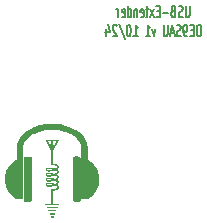
<source format=gbr>
%TF.GenerationSoftware,KiCad,Pcbnew,8.0.5*%
%TF.CreationDate,2024-10-10T08:08:50+02:00*%
%TF.ProjectId,USB-Extender_v1,5553422d-4578-4746-956e-6465725f7631,rev?*%
%TF.SameCoordinates,Original*%
%TF.FileFunction,Legend,Bot*%
%TF.FilePolarity,Positive*%
%FSLAX46Y46*%
G04 Gerber Fmt 4.6, Leading zero omitted, Abs format (unit mm)*
G04 Created by KiCad (PCBNEW 8.0.5) date 2024-10-10 08:08:50*
%MOMM*%
%LPD*%
G01*
G04 APERTURE LIST*
%ADD10C,0.150000*%
%ADD11C,0.000000*%
G04 APERTURE END LIST*
D10*
X138947142Y-59743219D02*
X138947142Y-60552742D01*
X138947142Y-60552742D02*
X138918571Y-60647980D01*
X138918571Y-60647980D02*
X138890000Y-60695600D01*
X138890000Y-60695600D02*
X138832857Y-60743219D01*
X138832857Y-60743219D02*
X138718571Y-60743219D01*
X138718571Y-60743219D02*
X138661428Y-60695600D01*
X138661428Y-60695600D02*
X138632857Y-60647980D01*
X138632857Y-60647980D02*
X138604285Y-60552742D01*
X138604285Y-60552742D02*
X138604285Y-59743219D01*
X138347143Y-60695600D02*
X138261429Y-60743219D01*
X138261429Y-60743219D02*
X138118571Y-60743219D01*
X138118571Y-60743219D02*
X138061429Y-60695600D01*
X138061429Y-60695600D02*
X138032857Y-60647980D01*
X138032857Y-60647980D02*
X138004286Y-60552742D01*
X138004286Y-60552742D02*
X138004286Y-60457504D01*
X138004286Y-60457504D02*
X138032857Y-60362266D01*
X138032857Y-60362266D02*
X138061429Y-60314647D01*
X138061429Y-60314647D02*
X138118571Y-60267028D01*
X138118571Y-60267028D02*
X138232857Y-60219409D01*
X138232857Y-60219409D02*
X138290000Y-60171790D01*
X138290000Y-60171790D02*
X138318571Y-60124171D01*
X138318571Y-60124171D02*
X138347143Y-60028933D01*
X138347143Y-60028933D02*
X138347143Y-59933695D01*
X138347143Y-59933695D02*
X138318571Y-59838457D01*
X138318571Y-59838457D02*
X138290000Y-59790838D01*
X138290000Y-59790838D02*
X138232857Y-59743219D01*
X138232857Y-59743219D02*
X138090000Y-59743219D01*
X138090000Y-59743219D02*
X138004286Y-59790838D01*
X137547142Y-60219409D02*
X137461428Y-60267028D01*
X137461428Y-60267028D02*
X137432857Y-60314647D01*
X137432857Y-60314647D02*
X137404285Y-60409885D01*
X137404285Y-60409885D02*
X137404285Y-60552742D01*
X137404285Y-60552742D02*
X137432857Y-60647980D01*
X137432857Y-60647980D02*
X137461428Y-60695600D01*
X137461428Y-60695600D02*
X137518571Y-60743219D01*
X137518571Y-60743219D02*
X137747142Y-60743219D01*
X137747142Y-60743219D02*
X137747142Y-59743219D01*
X137747142Y-59743219D02*
X137547142Y-59743219D01*
X137547142Y-59743219D02*
X137490000Y-59790838D01*
X137490000Y-59790838D02*
X137461428Y-59838457D01*
X137461428Y-59838457D02*
X137432857Y-59933695D01*
X137432857Y-59933695D02*
X137432857Y-60028933D01*
X137432857Y-60028933D02*
X137461428Y-60124171D01*
X137461428Y-60124171D02*
X137490000Y-60171790D01*
X137490000Y-60171790D02*
X137547142Y-60219409D01*
X137547142Y-60219409D02*
X137747142Y-60219409D01*
X137147142Y-60362266D02*
X136690000Y-60362266D01*
X136404285Y-60219409D02*
X136204285Y-60219409D01*
X136118571Y-60743219D02*
X136404285Y-60743219D01*
X136404285Y-60743219D02*
X136404285Y-59743219D01*
X136404285Y-59743219D02*
X136118571Y-59743219D01*
X135918571Y-60743219D02*
X135604286Y-60076552D01*
X135918571Y-60076552D02*
X135604286Y-60743219D01*
X135461429Y-60076552D02*
X135232857Y-60076552D01*
X135375714Y-59743219D02*
X135375714Y-60600361D01*
X135375714Y-60600361D02*
X135347143Y-60695600D01*
X135347143Y-60695600D02*
X135290000Y-60743219D01*
X135290000Y-60743219D02*
X135232857Y-60743219D01*
X134804286Y-60695600D02*
X134861429Y-60743219D01*
X134861429Y-60743219D02*
X134975715Y-60743219D01*
X134975715Y-60743219D02*
X135032857Y-60695600D01*
X135032857Y-60695600D02*
X135061429Y-60600361D01*
X135061429Y-60600361D02*
X135061429Y-60219409D01*
X135061429Y-60219409D02*
X135032857Y-60124171D01*
X135032857Y-60124171D02*
X134975715Y-60076552D01*
X134975715Y-60076552D02*
X134861429Y-60076552D01*
X134861429Y-60076552D02*
X134804286Y-60124171D01*
X134804286Y-60124171D02*
X134775715Y-60219409D01*
X134775715Y-60219409D02*
X134775715Y-60314647D01*
X134775715Y-60314647D02*
X135061429Y-60409885D01*
X134518571Y-60076552D02*
X134518571Y-60743219D01*
X134518571Y-60171790D02*
X134490000Y-60124171D01*
X134490000Y-60124171D02*
X134432857Y-60076552D01*
X134432857Y-60076552D02*
X134347143Y-60076552D01*
X134347143Y-60076552D02*
X134290000Y-60124171D01*
X134290000Y-60124171D02*
X134261429Y-60219409D01*
X134261429Y-60219409D02*
X134261429Y-60743219D01*
X133718572Y-60743219D02*
X133718572Y-59743219D01*
X133718572Y-60695600D02*
X133775714Y-60743219D01*
X133775714Y-60743219D02*
X133890000Y-60743219D01*
X133890000Y-60743219D02*
X133947143Y-60695600D01*
X133947143Y-60695600D02*
X133975714Y-60647980D01*
X133975714Y-60647980D02*
X134004286Y-60552742D01*
X134004286Y-60552742D02*
X134004286Y-60267028D01*
X134004286Y-60267028D02*
X133975714Y-60171790D01*
X133975714Y-60171790D02*
X133947143Y-60124171D01*
X133947143Y-60124171D02*
X133890000Y-60076552D01*
X133890000Y-60076552D02*
X133775714Y-60076552D01*
X133775714Y-60076552D02*
X133718572Y-60124171D01*
X133204286Y-60695600D02*
X133261429Y-60743219D01*
X133261429Y-60743219D02*
X133375715Y-60743219D01*
X133375715Y-60743219D02*
X133432857Y-60695600D01*
X133432857Y-60695600D02*
X133461429Y-60600361D01*
X133461429Y-60600361D02*
X133461429Y-60219409D01*
X133461429Y-60219409D02*
X133432857Y-60124171D01*
X133432857Y-60124171D02*
X133375715Y-60076552D01*
X133375715Y-60076552D02*
X133261429Y-60076552D01*
X133261429Y-60076552D02*
X133204286Y-60124171D01*
X133204286Y-60124171D02*
X133175715Y-60219409D01*
X133175715Y-60219409D02*
X133175715Y-60314647D01*
X133175715Y-60314647D02*
X133461429Y-60409885D01*
X132918571Y-60743219D02*
X132918571Y-60076552D01*
X132918571Y-60267028D02*
X132890000Y-60171790D01*
X132890000Y-60171790D02*
X132861429Y-60124171D01*
X132861429Y-60124171D02*
X132804286Y-60076552D01*
X132804286Y-60076552D02*
X132747143Y-60076552D01*
X139790001Y-61353163D02*
X139675715Y-61353163D01*
X139675715Y-61353163D02*
X139618572Y-61400782D01*
X139618572Y-61400782D02*
X139561429Y-61496020D01*
X139561429Y-61496020D02*
X139532858Y-61686496D01*
X139532858Y-61686496D02*
X139532858Y-62019829D01*
X139532858Y-62019829D02*
X139561429Y-62210305D01*
X139561429Y-62210305D02*
X139618572Y-62305544D01*
X139618572Y-62305544D02*
X139675715Y-62353163D01*
X139675715Y-62353163D02*
X139790001Y-62353163D01*
X139790001Y-62353163D02*
X139847144Y-62305544D01*
X139847144Y-62305544D02*
X139904286Y-62210305D01*
X139904286Y-62210305D02*
X139932858Y-62019829D01*
X139932858Y-62019829D02*
X139932858Y-61686496D01*
X139932858Y-61686496D02*
X139904286Y-61496020D01*
X139904286Y-61496020D02*
X139847144Y-61400782D01*
X139847144Y-61400782D02*
X139790001Y-61353163D01*
X139275715Y-61829353D02*
X139075715Y-61829353D01*
X138990001Y-62353163D02*
X139275715Y-62353163D01*
X139275715Y-62353163D02*
X139275715Y-61353163D01*
X139275715Y-61353163D02*
X138990001Y-61353163D01*
X138704287Y-62353163D02*
X138590001Y-62353163D01*
X138590001Y-62353163D02*
X138532858Y-62305544D01*
X138532858Y-62305544D02*
X138504287Y-62257924D01*
X138504287Y-62257924D02*
X138447144Y-62115067D01*
X138447144Y-62115067D02*
X138418573Y-61924591D01*
X138418573Y-61924591D02*
X138418573Y-61543639D01*
X138418573Y-61543639D02*
X138447144Y-61448401D01*
X138447144Y-61448401D02*
X138475716Y-61400782D01*
X138475716Y-61400782D02*
X138532858Y-61353163D01*
X138532858Y-61353163D02*
X138647144Y-61353163D01*
X138647144Y-61353163D02*
X138704287Y-61400782D01*
X138704287Y-61400782D02*
X138732858Y-61448401D01*
X138732858Y-61448401D02*
X138761430Y-61543639D01*
X138761430Y-61543639D02*
X138761430Y-61781734D01*
X138761430Y-61781734D02*
X138732858Y-61876972D01*
X138732858Y-61876972D02*
X138704287Y-61924591D01*
X138704287Y-61924591D02*
X138647144Y-61972210D01*
X138647144Y-61972210D02*
X138532858Y-61972210D01*
X138532858Y-61972210D02*
X138475716Y-61924591D01*
X138475716Y-61924591D02*
X138447144Y-61876972D01*
X138447144Y-61876972D02*
X138418573Y-61781734D01*
X138190001Y-62305544D02*
X138104287Y-62353163D01*
X138104287Y-62353163D02*
X137961429Y-62353163D01*
X137961429Y-62353163D02*
X137904287Y-62305544D01*
X137904287Y-62305544D02*
X137875715Y-62257924D01*
X137875715Y-62257924D02*
X137847144Y-62162686D01*
X137847144Y-62162686D02*
X137847144Y-62067448D01*
X137847144Y-62067448D02*
X137875715Y-61972210D01*
X137875715Y-61972210D02*
X137904287Y-61924591D01*
X137904287Y-61924591D02*
X137961429Y-61876972D01*
X137961429Y-61876972D02*
X138075715Y-61829353D01*
X138075715Y-61829353D02*
X138132858Y-61781734D01*
X138132858Y-61781734D02*
X138161429Y-61734115D01*
X138161429Y-61734115D02*
X138190001Y-61638877D01*
X138190001Y-61638877D02*
X138190001Y-61543639D01*
X138190001Y-61543639D02*
X138161429Y-61448401D01*
X138161429Y-61448401D02*
X138132858Y-61400782D01*
X138132858Y-61400782D02*
X138075715Y-61353163D01*
X138075715Y-61353163D02*
X137932858Y-61353163D01*
X137932858Y-61353163D02*
X137847144Y-61400782D01*
X137618572Y-62067448D02*
X137332858Y-62067448D01*
X137675715Y-62353163D02*
X137475715Y-61353163D01*
X137475715Y-61353163D02*
X137275715Y-62353163D01*
X137075714Y-61353163D02*
X137075714Y-62162686D01*
X137075714Y-62162686D02*
X137047143Y-62257924D01*
X137047143Y-62257924D02*
X137018572Y-62305544D01*
X137018572Y-62305544D02*
X136961429Y-62353163D01*
X136961429Y-62353163D02*
X136847143Y-62353163D01*
X136847143Y-62353163D02*
X136790000Y-62305544D01*
X136790000Y-62305544D02*
X136761429Y-62257924D01*
X136761429Y-62257924D02*
X136732857Y-62162686D01*
X136732857Y-62162686D02*
X136732857Y-61353163D01*
X136047143Y-61686496D02*
X135904286Y-62353163D01*
X135904286Y-62353163D02*
X135761429Y-61686496D01*
X135218572Y-62353163D02*
X135561429Y-62353163D01*
X135390000Y-62353163D02*
X135390000Y-61353163D01*
X135390000Y-61353163D02*
X135447143Y-61496020D01*
X135447143Y-61496020D02*
X135504286Y-61591258D01*
X135504286Y-61591258D02*
X135561429Y-61638877D01*
X134190000Y-62353163D02*
X134532857Y-62353163D01*
X134361428Y-62353163D02*
X134361428Y-61353163D01*
X134361428Y-61353163D02*
X134418571Y-61496020D01*
X134418571Y-61496020D02*
X134475714Y-61591258D01*
X134475714Y-61591258D02*
X134532857Y-61638877D01*
X133818571Y-61353163D02*
X133761428Y-61353163D01*
X133761428Y-61353163D02*
X133704285Y-61400782D01*
X133704285Y-61400782D02*
X133675714Y-61448401D01*
X133675714Y-61448401D02*
X133647142Y-61543639D01*
X133647142Y-61543639D02*
X133618571Y-61734115D01*
X133618571Y-61734115D02*
X133618571Y-61972210D01*
X133618571Y-61972210D02*
X133647142Y-62162686D01*
X133647142Y-62162686D02*
X133675714Y-62257924D01*
X133675714Y-62257924D02*
X133704285Y-62305544D01*
X133704285Y-62305544D02*
X133761428Y-62353163D01*
X133761428Y-62353163D02*
X133818571Y-62353163D01*
X133818571Y-62353163D02*
X133875714Y-62305544D01*
X133875714Y-62305544D02*
X133904285Y-62257924D01*
X133904285Y-62257924D02*
X133932856Y-62162686D01*
X133932856Y-62162686D02*
X133961428Y-61972210D01*
X133961428Y-61972210D02*
X133961428Y-61734115D01*
X133961428Y-61734115D02*
X133932856Y-61543639D01*
X133932856Y-61543639D02*
X133904285Y-61448401D01*
X133904285Y-61448401D02*
X133875714Y-61400782D01*
X133875714Y-61400782D02*
X133818571Y-61353163D01*
X132932856Y-61305544D02*
X133447142Y-62591258D01*
X132761428Y-61448401D02*
X132732856Y-61400782D01*
X132732856Y-61400782D02*
X132675714Y-61353163D01*
X132675714Y-61353163D02*
X132532856Y-61353163D01*
X132532856Y-61353163D02*
X132475714Y-61400782D01*
X132475714Y-61400782D02*
X132447142Y-61448401D01*
X132447142Y-61448401D02*
X132418571Y-61543639D01*
X132418571Y-61543639D02*
X132418571Y-61638877D01*
X132418571Y-61638877D02*
X132447142Y-61781734D01*
X132447142Y-61781734D02*
X132789999Y-62353163D01*
X132789999Y-62353163D02*
X132418571Y-62353163D01*
X131904285Y-61686496D02*
X131904285Y-62353163D01*
X132047142Y-61305544D02*
X132189999Y-62019829D01*
X132189999Y-62019829D02*
X131818570Y-62019829D01*
D11*
%TO.C,g2*%
G36*
X127656201Y-77107678D02*
G01*
X127656201Y-77170750D01*
X127309305Y-77170750D01*
X126962409Y-77170750D01*
X126962409Y-77107678D01*
X126962409Y-77044606D01*
X127309305Y-77044606D01*
X127656201Y-77044606D01*
X127656201Y-77107678D01*
G37*
G36*
X127430944Y-77639285D02*
G01*
X127430944Y-77702357D01*
X127309305Y-77702357D01*
X127187666Y-77702357D01*
X127187666Y-77639285D01*
X127187666Y-77576213D01*
X127309305Y-77576213D01*
X127430944Y-77576213D01*
X127430944Y-77639285D01*
G37*
G36*
X127171030Y-77309060D02*
G01*
X127179217Y-77309600D01*
X127222725Y-77311683D01*
X127276711Y-77313371D01*
X127335091Y-77314502D01*
X127391782Y-77314914D01*
X127530057Y-77314914D01*
X127530057Y-77377986D01*
X127530057Y-77441058D01*
X127309305Y-77441058D01*
X127088553Y-77441058D01*
X127088553Y-77372132D01*
X127088553Y-77303206D01*
X127171030Y-77309060D01*
G37*
G36*
X127773335Y-76841801D02*
G01*
X127773335Y-76912221D01*
X127663797Y-76906331D01*
X127661669Y-76906220D01*
X127626257Y-76904896D01*
X127575821Y-76903680D01*
X127513131Y-76902607D01*
X127440959Y-76901712D01*
X127362076Y-76901029D01*
X127279253Y-76900594D01*
X127195262Y-76900441D01*
X126836265Y-76900441D01*
X126836265Y-76841874D01*
X126836265Y-76783307D01*
X127000703Y-76783293D01*
X127015910Y-76783270D01*
X127072248Y-76782952D01*
X127141439Y-76782300D01*
X127219609Y-76781362D01*
X127302882Y-76780188D01*
X127387384Y-76778828D01*
X127469238Y-76777330D01*
X127773335Y-76771381D01*
X127773335Y-76841801D01*
G37*
G36*
X129438898Y-72522179D02*
G01*
X129492369Y-72523324D01*
X129538870Y-72525197D01*
X129574736Y-72527792D01*
X129596303Y-72531102D01*
X129618791Y-72540103D01*
X129656708Y-72565336D01*
X129691196Y-72599200D01*
X129716378Y-72636534D01*
X129717469Y-72638855D01*
X129719348Y-72643808D01*
X129721070Y-72650292D01*
X129722641Y-72659058D01*
X129724069Y-72670855D01*
X129725361Y-72686432D01*
X129726523Y-72706539D01*
X129727562Y-72731925D01*
X129728486Y-72763340D01*
X129729300Y-72801533D01*
X129730012Y-72847253D01*
X129730629Y-72901251D01*
X129731157Y-72964276D01*
X129731603Y-73037077D01*
X129731975Y-73120404D01*
X129732278Y-73215005D01*
X129732520Y-73321632D01*
X129732708Y-73441032D01*
X129732847Y-73573956D01*
X129732947Y-73721154D01*
X129733012Y-73883373D01*
X129733050Y-74061365D01*
X129733068Y-74255879D01*
X129733072Y-74467664D01*
X129733072Y-76265216D01*
X129713422Y-76296752D01*
X129687958Y-76327392D01*
X129645668Y-76354023D01*
X129590148Y-76369139D01*
X129589432Y-76369246D01*
X129565162Y-76371374D01*
X129526747Y-76373085D01*
X129477889Y-76374286D01*
X129422290Y-76374885D01*
X129363651Y-76374789D01*
X129357059Y-76374735D01*
X129296512Y-76374091D01*
X129250864Y-76373115D01*
X129217262Y-76371527D01*
X129192856Y-76369047D01*
X129174792Y-76365396D01*
X129160219Y-76360294D01*
X129146285Y-76353461D01*
X129113589Y-76331951D01*
X129075010Y-76290394D01*
X129051366Y-76240028D01*
X129050484Y-76235348D01*
X129049182Y-76221432D01*
X129047984Y-76198994D01*
X129046885Y-76167442D01*
X129045882Y-76126180D01*
X129044972Y-76074615D01*
X129044150Y-76012154D01*
X129043413Y-75938203D01*
X129042757Y-75852168D01*
X129042177Y-75753456D01*
X129041671Y-75641472D01*
X129041235Y-75515624D01*
X129040865Y-75375317D01*
X129040556Y-75219958D01*
X129040306Y-75048953D01*
X129040110Y-74861709D01*
X129039964Y-74657632D01*
X129039866Y-74436128D01*
X129039280Y-72670111D01*
X129059292Y-72632689D01*
X129068908Y-72616833D01*
X129100991Y-72579110D01*
X129139625Y-72548597D01*
X129178940Y-72530317D01*
X129195216Y-72527623D01*
X129228583Y-72525022D01*
X129273298Y-72523184D01*
X129325698Y-72522102D01*
X129382119Y-72521770D01*
X129438898Y-72522179D01*
G37*
G36*
X125247313Y-72530457D02*
G01*
X125324972Y-72530730D01*
X125387022Y-72531669D01*
X125435483Y-72533623D01*
X125472373Y-72536936D01*
X125499713Y-72541957D01*
X125519521Y-72549033D01*
X125533818Y-72558510D01*
X125544622Y-72570735D01*
X125553953Y-72586056D01*
X125554497Y-72587089D01*
X125556388Y-72591490D01*
X125558126Y-72597431D01*
X125559718Y-72605661D01*
X125561172Y-72616929D01*
X125562496Y-72631984D01*
X125563698Y-72651575D01*
X125564786Y-72676452D01*
X125565768Y-72707364D01*
X125566651Y-72745059D01*
X125567444Y-72790287D01*
X125568154Y-72843797D01*
X125568790Y-72906338D01*
X125569358Y-72978660D01*
X125569868Y-73061510D01*
X125570326Y-73155639D01*
X125570742Y-73261796D01*
X125571122Y-73380730D01*
X125571475Y-73513189D01*
X125571808Y-73659923D01*
X125572130Y-73821681D01*
X125572448Y-73999213D01*
X125572770Y-74193266D01*
X125573104Y-74404592D01*
X125573372Y-74588914D01*
X125573627Y-74802349D01*
X125573792Y-74998692D01*
X125573865Y-75178458D01*
X125573845Y-75342163D01*
X125573729Y-75490322D01*
X125573514Y-75623448D01*
X125573200Y-75742059D01*
X125572783Y-75846667D01*
X125572262Y-75937789D01*
X125571635Y-76015939D01*
X125570899Y-76081632D01*
X125570052Y-76135384D01*
X125569092Y-76177708D01*
X125568017Y-76209121D01*
X125566825Y-76230136D01*
X125565514Y-76241270D01*
X125559338Y-76262389D01*
X125534985Y-76307123D01*
X125499606Y-76343498D01*
X125457266Y-76366801D01*
X125439781Y-76369778D01*
X125406821Y-76372038D01*
X125362257Y-76373422D01*
X125309382Y-76373982D01*
X125251487Y-76373771D01*
X125191862Y-76372842D01*
X125133798Y-76371246D01*
X125080586Y-76369036D01*
X125035518Y-76366265D01*
X125001883Y-76362984D01*
X124982974Y-76359247D01*
X124980695Y-76358332D01*
X124956092Y-76344394D01*
X124932037Y-76325462D01*
X124928962Y-76322687D01*
X124923245Y-76318071D01*
X124918000Y-76313994D01*
X124913206Y-76309712D01*
X124908843Y-76304484D01*
X124904890Y-76297567D01*
X124901328Y-76288218D01*
X124898136Y-76275697D01*
X124895294Y-76259259D01*
X124892783Y-76238164D01*
X124890581Y-76211667D01*
X124888668Y-76179028D01*
X124887026Y-76139504D01*
X124885632Y-76092352D01*
X124884468Y-76036830D01*
X124883513Y-75972196D01*
X124882746Y-75897707D01*
X124882148Y-75812621D01*
X124881699Y-75716196D01*
X124881378Y-75607689D01*
X124881166Y-75486358D01*
X124881041Y-75351461D01*
X124880984Y-75202254D01*
X124880975Y-75037997D01*
X124880994Y-74857946D01*
X124881020Y-74661359D01*
X124881033Y-74447495D01*
X124881033Y-72642394D01*
X124901306Y-72602857D01*
X124907091Y-72591824D01*
X124917849Y-72574085D01*
X124930066Y-72560138D01*
X124945812Y-72549529D01*
X124967158Y-72541802D01*
X124996173Y-72536501D01*
X125034928Y-72533171D01*
X125085492Y-72531357D01*
X125149936Y-72530602D01*
X125230330Y-72530452D01*
X125247313Y-72530457D01*
G37*
G36*
X127445509Y-69733287D02*
G01*
X127543544Y-69736685D01*
X127631617Y-69742078D01*
X127705758Y-69749485D01*
X127819123Y-69765375D01*
X128043755Y-69805674D01*
X128263431Y-69857472D01*
X128480892Y-69921621D01*
X128698880Y-69998970D01*
X128920136Y-70090371D01*
X129147404Y-70196674D01*
X129231507Y-70238679D01*
X129312313Y-70280509D01*
X129381566Y-70318356D01*
X129441942Y-70353798D01*
X129496117Y-70388410D01*
X129546766Y-70423772D01*
X129596564Y-70461461D01*
X129621860Y-70481590D01*
X129759610Y-70603314D01*
X129884010Y-70734651D01*
X129994322Y-70874482D01*
X130089805Y-71021686D01*
X130169721Y-71175144D01*
X130233329Y-71333734D01*
X130279890Y-71496337D01*
X130281113Y-71501704D01*
X130284783Y-71518899D01*
X130287947Y-71536490D01*
X130290655Y-71555944D01*
X130292963Y-71578731D01*
X130294923Y-71606319D01*
X130296587Y-71640177D01*
X130298009Y-71681774D01*
X130299241Y-71732579D01*
X130300338Y-71794061D01*
X130301351Y-71867687D01*
X130302333Y-71954927D01*
X130303339Y-72057250D01*
X130304420Y-72176124D01*
X130309731Y-72772382D01*
X130415655Y-72840098D01*
X130472907Y-72877936D01*
X130613970Y-72983525D01*
X130741268Y-73098328D01*
X130856982Y-73224244D01*
X130881354Y-73253928D01*
X130989847Y-73402654D01*
X131082492Y-73558865D01*
X131159151Y-73721436D01*
X131219690Y-73889244D01*
X131263970Y-74061165D01*
X131291856Y-74236077D01*
X131303211Y-74412856D01*
X131297900Y-74590379D01*
X131275784Y-74767521D01*
X131236729Y-74943161D01*
X131180598Y-75116173D01*
X131107254Y-75285436D01*
X131042039Y-75408182D01*
X130949405Y-75553732D01*
X130845291Y-75687528D01*
X130728253Y-75811217D01*
X130596842Y-75926448D01*
X130449612Y-76034871D01*
X130355777Y-76098526D01*
X130069343Y-76098526D01*
X129782908Y-76098526D01*
X129780516Y-73861722D01*
X129778124Y-71624918D01*
X129749387Y-71542434D01*
X129744992Y-71530099D01*
X129726944Y-71483174D01*
X129707267Y-71436392D01*
X129689500Y-71398269D01*
X129672644Y-71366141D01*
X129600644Y-71248591D01*
X129514054Y-71132333D01*
X129415474Y-71019970D01*
X129307506Y-70914105D01*
X129192751Y-70817342D01*
X129073812Y-70732283D01*
X128953289Y-70661534D01*
X128947159Y-70658367D01*
X128882144Y-70627071D01*
X128803248Y-70592465D01*
X128713637Y-70555810D01*
X128616478Y-70518367D01*
X128514939Y-70481396D01*
X128412187Y-70446158D01*
X128328266Y-70418916D01*
X128167567Y-70370766D01*
X128016836Y-70331651D01*
X127872674Y-70300980D01*
X127731683Y-70278157D01*
X127590462Y-70262590D01*
X127445614Y-70253686D01*
X127293738Y-70250849D01*
X127161521Y-70252980D01*
X127034075Y-70260081D01*
X126910916Y-70272811D01*
X126786968Y-70291826D01*
X126657155Y-70317783D01*
X126516400Y-70351337D01*
X126470353Y-70363419D01*
X126368598Y-70392384D01*
X126260848Y-70425716D01*
X126150469Y-70462217D01*
X126040827Y-70500688D01*
X125935287Y-70539931D01*
X125837215Y-70578746D01*
X125749977Y-70615935D01*
X125676939Y-70650299D01*
X125669780Y-70653922D01*
X125548736Y-70723213D01*
X125431034Y-70805265D01*
X125318475Y-70898077D01*
X125212854Y-70999647D01*
X125115969Y-71107975D01*
X125029620Y-71221060D01*
X124955602Y-71336900D01*
X124895714Y-71453494D01*
X124851755Y-71568841D01*
X124831555Y-71633928D01*
X124829123Y-73866227D01*
X124826691Y-76098526D01*
X124540257Y-76098526D01*
X124253823Y-76098526D01*
X124160079Y-76034933D01*
X124091839Y-75986713D01*
X123944290Y-75867473D01*
X123811325Y-75737845D01*
X123693211Y-75598286D01*
X123590215Y-75449255D01*
X123502604Y-75291210D01*
X123430645Y-75124608D01*
X123374604Y-74949908D01*
X123334749Y-74767568D01*
X123311345Y-74578046D01*
X123306402Y-74474403D01*
X123311932Y-74298785D01*
X123334384Y-74123025D01*
X123373265Y-73949140D01*
X123428085Y-73779150D01*
X123498352Y-73615072D01*
X123583576Y-73458925D01*
X123662167Y-73341715D01*
X123759858Y-73218634D01*
X123868132Y-73101813D01*
X123984045Y-72994182D01*
X124104654Y-72898671D01*
X124227018Y-72818211D01*
X124303112Y-72773425D01*
X124306766Y-72181151D01*
X124307162Y-72117582D01*
X124307883Y-72008161D01*
X124308593Y-71914498D01*
X124309344Y-71835107D01*
X124310188Y-71768500D01*
X124311175Y-71713188D01*
X124312359Y-71667683D01*
X124313790Y-71630498D01*
X124315521Y-71600144D01*
X124317602Y-71575135D01*
X124320086Y-71553981D01*
X124323025Y-71535195D01*
X124326469Y-71517288D01*
X124330471Y-71498774D01*
X124349220Y-71423546D01*
X124401941Y-71265209D01*
X124471278Y-71110807D01*
X124556353Y-70961654D01*
X124656285Y-70819063D01*
X124770196Y-70684349D01*
X124897206Y-70558826D01*
X125036435Y-70443809D01*
X125066801Y-70421357D01*
X125120731Y-70383806D01*
X125177469Y-70347531D01*
X125239796Y-70310926D01*
X125310491Y-70272387D01*
X125392336Y-70230309D01*
X125488109Y-70183088D01*
X125591632Y-70133972D01*
X125808006Y-70039285D01*
X126019131Y-69958374D01*
X126228065Y-69890287D01*
X126437867Y-69834078D01*
X126651594Y-69788795D01*
X126872306Y-69753491D01*
X126944942Y-69745558D01*
X127033200Y-69739266D01*
X127131358Y-69734874D01*
X127235444Y-69732401D01*
X127341485Y-69731866D01*
X127445509Y-69733287D01*
G37*
G36*
X127797419Y-71270379D02*
G01*
X127761736Y-71336037D01*
X127721946Y-71409077D01*
X127678841Y-71488036D01*
X127633217Y-71571451D01*
X127385893Y-72023200D01*
X127385893Y-72572830D01*
X127385893Y-73122460D01*
X127456816Y-73127929D01*
X127527768Y-73136091D01*
X127612186Y-73153258D01*
X127688106Y-73177164D01*
X127752485Y-73206809D01*
X127802280Y-73241198D01*
X127840345Y-73284916D01*
X127864405Y-73338657D01*
X127872414Y-73400537D01*
X127872168Y-73414388D01*
X127868621Y-73445548D01*
X127859160Y-73472742D01*
X127841622Y-73499615D01*
X127813844Y-73529810D01*
X127773664Y-73566973D01*
X127708540Y-73624851D01*
X127708989Y-73625141D01*
X127729675Y-73638515D01*
X127744608Y-73649054D01*
X127777346Y-73676589D01*
X127809951Y-73708656D01*
X127837553Y-73740292D01*
X127855280Y-73766533D01*
X127856863Y-73769795D01*
X127868078Y-73805359D01*
X127872448Y-73844243D01*
X127872441Y-73845685D01*
X127866102Y-73885166D01*
X127846917Y-73923469D01*
X127813429Y-73962758D01*
X127764180Y-74005201D01*
X127758920Y-74009297D01*
X127734212Y-74028861D01*
X127716831Y-74043164D01*
X127710745Y-74048897D01*
X127710263Y-74049351D01*
X127710895Y-74050217D01*
X127720903Y-74059524D01*
X127740555Y-74076549D01*
X127766577Y-74098437D01*
X127781827Y-74111393D01*
X127824101Y-74152123D01*
X127852129Y-74189148D01*
X127867660Y-74225190D01*
X127872448Y-74262972D01*
X127870066Y-74293315D01*
X127860985Y-74322654D01*
X127843143Y-74352104D01*
X127814489Y-74385001D01*
X127772972Y-74424678D01*
X127713833Y-74478402D01*
X127710776Y-74481179D01*
X127761600Y-74521725D01*
X127788558Y-74544685D01*
X127818181Y-74572833D01*
X127840183Y-74596897D01*
X127853548Y-74614925D01*
X127862884Y-74634195D01*
X127867013Y-74657657D01*
X127867943Y-74692206D01*
X127867483Y-74718205D01*
X127864307Y-74744943D01*
X127856455Y-74765516D01*
X127842022Y-74786874D01*
X127822666Y-74808651D01*
X127793965Y-74836081D01*
X127763189Y-74861948D01*
X127719115Y-74896175D01*
X127710276Y-74903039D01*
X127754754Y-74932991D01*
X127779594Y-74951464D01*
X127825777Y-74999128D01*
X127856652Y-75052712D01*
X127871569Y-75110221D01*
X127869880Y-75169660D01*
X127850938Y-75229033D01*
X127850586Y-75229773D01*
X127818978Y-75280283D01*
X127776017Y-75321910D01*
X127720596Y-75355180D01*
X127651603Y-75380617D01*
X127567930Y-75398748D01*
X127468467Y-75410096D01*
X127385893Y-75416329D01*
X127385893Y-75960159D01*
X127385893Y-76503989D01*
X127642686Y-76503989D01*
X127899479Y-76503989D01*
X127899479Y-76571566D01*
X127899479Y-76639143D01*
X127304800Y-76639143D01*
X126710121Y-76639143D01*
X126710121Y-76571566D01*
X126710121Y-76503989D01*
X126975924Y-76503989D01*
X127241728Y-76503989D01*
X127241728Y-75892700D01*
X127241728Y-75281411D01*
X127379135Y-75275488D01*
X127454612Y-75271009D01*
X127527461Y-75263189D01*
X127586006Y-75252211D01*
X127632155Y-75237704D01*
X127667816Y-75219295D01*
X127675923Y-75213600D01*
X127707719Y-75183160D01*
X127729290Y-75148633D01*
X127737260Y-75115085D01*
X127733141Y-75098173D01*
X127714663Y-75072407D01*
X127684494Y-75046771D01*
X127646104Y-75023614D01*
X127602964Y-75005285D01*
X127558545Y-74994134D01*
X127528689Y-74994330D01*
X127482918Y-75001583D01*
X127421934Y-75015793D01*
X127347646Y-75034095D01*
X127258435Y-75052903D01*
X127177961Y-75065521D01*
X127101788Y-75072610D01*
X127025481Y-75074829D01*
X126981366Y-75074492D01*
X126942261Y-75072901D01*
X126912625Y-75069478D01*
X126887841Y-75063655D01*
X126863296Y-75054865D01*
X126845318Y-75047194D01*
X126798170Y-75020540D01*
X126766673Y-74989452D01*
X126749066Y-74951730D01*
X126743588Y-74905173D01*
X126743624Y-74904663D01*
X126881316Y-74904663D01*
X126887380Y-74916370D01*
X126904429Y-74927411D01*
X126924591Y-74932379D01*
X126957980Y-74935876D01*
X126999250Y-74937132D01*
X127045524Y-74936394D01*
X127093922Y-74933909D01*
X127141569Y-74929924D01*
X127185584Y-74924689D01*
X127223091Y-74918448D01*
X127251211Y-74911451D01*
X127267067Y-74903944D01*
X127267780Y-74896175D01*
X127267303Y-74895754D01*
X127252303Y-74890382D01*
X127223170Y-74885176D01*
X127183505Y-74880495D01*
X127136910Y-74876699D01*
X127086984Y-74874145D01*
X127037330Y-74873195D01*
X126977515Y-74874180D01*
X126933012Y-74877494D01*
X126903218Y-74883462D01*
X126886523Y-74892410D01*
X126881316Y-74904663D01*
X126743624Y-74904663D01*
X126745582Y-74877120D01*
X126761059Y-74829002D01*
X126791683Y-74790315D01*
X126837247Y-74761172D01*
X126897546Y-74741685D01*
X126972373Y-74731967D01*
X127061522Y-74732129D01*
X127078518Y-74733076D01*
X127133124Y-74736930D01*
X127181340Y-74742140D01*
X127227873Y-74749546D01*
X127277429Y-74759988D01*
X127334715Y-74774305D01*
X127404438Y-74793338D01*
X127535611Y-74830014D01*
X127608001Y-74793617D01*
X127661397Y-74764673D01*
X127703182Y-74736892D01*
X127728671Y-74712778D01*
X127737294Y-74692776D01*
X127735743Y-74685476D01*
X127721060Y-74664863D01*
X127692686Y-74640440D01*
X127652842Y-74613963D01*
X127603747Y-74587187D01*
X127580919Y-74575990D01*
X127554994Y-74564627D01*
X127536398Y-74559807D01*
X127519866Y-74560421D01*
X127500128Y-74565359D01*
X127491244Y-74567941D01*
X127393872Y-74594969D01*
X127309210Y-74615680D01*
X127233664Y-74630701D01*
X127163640Y-74640656D01*
X127095543Y-74646170D01*
X127025778Y-74647869D01*
X126974789Y-74646367D01*
X126898041Y-74636536D01*
X126836712Y-74617492D01*
X126790729Y-74589184D01*
X126760016Y-74551557D01*
X126744498Y-74504559D01*
X126744342Y-74482386D01*
X126885573Y-74482386D01*
X126901042Y-74495909D01*
X126914918Y-74499935D01*
X126944454Y-74503942D01*
X126984352Y-74507046D01*
X127030478Y-74509123D01*
X127078698Y-74510050D01*
X127124881Y-74509703D01*
X127164894Y-74507959D01*
X127194603Y-74504693D01*
X127218173Y-74499223D01*
X127240843Y-74489383D01*
X127249380Y-74478402D01*
X127241887Y-74467762D01*
X127241343Y-74467432D01*
X127215579Y-74457634D01*
X127176649Y-74449524D01*
X127128962Y-74443341D01*
X127076929Y-74439327D01*
X127024958Y-74437724D01*
X126977459Y-74438773D01*
X126938842Y-74442715D01*
X126913518Y-74449792D01*
X126907768Y-74452838D01*
X126887773Y-74468182D01*
X126885573Y-74482386D01*
X126744342Y-74482386D01*
X126744102Y-74448137D01*
X126753376Y-74415029D01*
X126779670Y-74377264D01*
X126820719Y-74345636D01*
X126874958Y-74321278D01*
X126940822Y-74305329D01*
X126997967Y-74300554D01*
X127070027Y-74302111D01*
X127151298Y-74309842D01*
X127238034Y-74323271D01*
X127326491Y-74341923D01*
X127412923Y-74365322D01*
X127462929Y-74379342D01*
X127509806Y-74387922D01*
X127549921Y-74387640D01*
X127588360Y-74377753D01*
X127630211Y-74357517D01*
X127680562Y-74326188D01*
X127710967Y-74303686D01*
X127730550Y-74281058D01*
X127734552Y-74259464D01*
X127722600Y-74237205D01*
X127694321Y-74212581D01*
X127649342Y-74183890D01*
X127610694Y-74163106D01*
X127575556Y-74149667D01*
X127540560Y-74143836D01*
X127501485Y-74145378D01*
X127454110Y-74154057D01*
X127394213Y-74169638D01*
X127352060Y-74180995D01*
X127239816Y-74206332D01*
X127136390Y-74222319D01*
X127042887Y-74228968D01*
X126960415Y-74226293D01*
X126890077Y-74214306D01*
X126832980Y-74193021D01*
X126790230Y-74162450D01*
X126760049Y-74122090D01*
X126743756Y-74076439D01*
X126743249Y-74059176D01*
X126885858Y-74059176D01*
X126898538Y-74074012D01*
X126924738Y-74083673D01*
X126942609Y-74086629D01*
X126986070Y-74090914D01*
X127032639Y-74092294D01*
X127079968Y-74091106D01*
X127125709Y-74087687D01*
X127167514Y-74082373D01*
X127203037Y-74075501D01*
X127229930Y-74067407D01*
X127245845Y-74058427D01*
X127248434Y-74048897D01*
X127235351Y-74039156D01*
X127225205Y-74037075D01*
X127198988Y-74034455D01*
X127160704Y-74031963D01*
X127113638Y-74029807D01*
X127061073Y-74028192D01*
X127051021Y-74027959D01*
X126995495Y-74026916D01*
X126954977Y-74026799D01*
X126926868Y-74027769D01*
X126908572Y-74029989D01*
X126897491Y-74033623D01*
X126891027Y-74038832D01*
X126888757Y-74041907D01*
X126885858Y-74059176D01*
X126743249Y-74059176D01*
X126742392Y-74029952D01*
X126756046Y-73986135D01*
X126784807Y-73948497D01*
X126793436Y-73940948D01*
X126834640Y-73913915D01*
X126884050Y-73895635D01*
X126944559Y-73885286D01*
X127019061Y-73882048D01*
X127052618Y-73882394D01*
X127117701Y-73885331D01*
X127181862Y-73891769D01*
X127248642Y-73902315D01*
X127321585Y-73917579D01*
X127404233Y-73938170D01*
X127500128Y-73964695D01*
X127513041Y-73968137D01*
X127530257Y-73970422D01*
X127547596Y-73967688D01*
X127570333Y-73958814D01*
X127603747Y-73942678D01*
X127625992Y-73931163D01*
X127671356Y-73904300D01*
X127706507Y-73878497D01*
X127729227Y-73855507D01*
X127737294Y-73837088D01*
X127737242Y-73835702D01*
X127727402Y-73815428D01*
X127701256Y-73791390D01*
X127659836Y-73764379D01*
X127604177Y-73735184D01*
X127529627Y-73699336D01*
X127405950Y-73736331D01*
X127388095Y-73741640D01*
X127320196Y-73760907D01*
X127263101Y-73774970D01*
X127211847Y-73784636D01*
X127161471Y-73790714D01*
X127107010Y-73794011D01*
X127043502Y-73795336D01*
X126991881Y-73795083D01*
X126931998Y-73791815D01*
X126884690Y-73784430D01*
X126846893Y-73772142D01*
X126815545Y-73754165D01*
X126787582Y-73729715D01*
X126774179Y-73713949D01*
X126751523Y-73670198D01*
X126743837Y-73626160D01*
X126876224Y-73626160D01*
X126885077Y-73637354D01*
X126888221Y-73640059D01*
X126898874Y-73645249D01*
X126916261Y-73648923D01*
X126943204Y-73651389D01*
X126982524Y-73652954D01*
X127037041Y-73653927D01*
X127085054Y-73653939D01*
X127145668Y-73651969D01*
X127195520Y-73647874D01*
X127232806Y-73641884D01*
X127255722Y-73634229D01*
X127262461Y-73625141D01*
X127259907Y-73620676D01*
X127246952Y-73613884D01*
X127221934Y-73608290D01*
X127183366Y-73603684D01*
X127129758Y-73599856D01*
X127059621Y-73596596D01*
X127007541Y-73594775D01*
X126967035Y-73594019D01*
X126938524Y-73594654D01*
X126918927Y-73596869D01*
X126905161Y-73600856D01*
X126894143Y-73606804D01*
X126879624Y-73617356D01*
X126876224Y-73626160D01*
X126743837Y-73626160D01*
X126743161Y-73622286D01*
X126749474Y-73574699D01*
X126770839Y-73531928D01*
X126778980Y-73522211D01*
X126817555Y-73493086D01*
X126870501Y-73471882D01*
X126936384Y-73458640D01*
X127013769Y-73453403D01*
X127101223Y-73456212D01*
X127197311Y-73467108D01*
X127300599Y-73486134D01*
X127409653Y-73513332D01*
X127438821Y-73521165D01*
X127478424Y-73530681D01*
X127510861Y-73537191D01*
X127531087Y-73539604D01*
X127539614Y-73538754D01*
X127568723Y-73530186D01*
X127605206Y-73514458D01*
X127644015Y-73494125D01*
X127680100Y-73471742D01*
X127708412Y-73449866D01*
X127723441Y-73433812D01*
X127735820Y-73406648D01*
X127731100Y-73378182D01*
X127709301Y-73346163D01*
X127697103Y-73334228D01*
X127666928Y-73314509D01*
X127625924Y-73297867D01*
X127572665Y-73283965D01*
X127505722Y-73272464D01*
X127423667Y-73263028D01*
X127325073Y-73255318D01*
X127232718Y-73249331D01*
X127232718Y-72640199D01*
X127232718Y-72031067D01*
X126975924Y-71563999D01*
X126932744Y-71485403D01*
X126888863Y-71405407D01*
X126848376Y-71331469D01*
X126812040Y-71264978D01*
X126795811Y-71235205D01*
X126955786Y-71235205D01*
X126956183Y-71236100D01*
X126963240Y-71249491D01*
X126977825Y-71276040D01*
X126998769Y-71313655D01*
X127024901Y-71360243D01*
X127055055Y-71413710D01*
X127088059Y-71471966D01*
X127094670Y-71483601D01*
X127127392Y-71540932D01*
X127157281Y-71592891D01*
X127183133Y-71637413D01*
X127203745Y-71672433D01*
X127217910Y-71695887D01*
X127224426Y-71705711D01*
X127225858Y-71704921D01*
X127228178Y-71690186D01*
X127229835Y-71658662D01*
X127230808Y-71611158D01*
X127231076Y-71548482D01*
X127230616Y-71471443D01*
X127228212Y-71228465D01*
X127089749Y-71225972D01*
X127072318Y-71225680D01*
X127022946Y-71225252D01*
X126988777Y-71225842D01*
X126967641Y-71227597D01*
X126957367Y-71230668D01*
X126955786Y-71235205D01*
X126795811Y-71235205D01*
X126789681Y-71223960D01*
X127385893Y-71223960D01*
X127385893Y-71467238D01*
X127385893Y-71469722D01*
X127386033Y-71533625D01*
X127386130Y-71548482D01*
X127386410Y-71591115D01*
X127386989Y-71639870D01*
X127387734Y-71677570D01*
X127388610Y-71701892D01*
X127389582Y-71710516D01*
X127389987Y-71710186D01*
X127396801Y-71699720D01*
X127410690Y-71676287D01*
X127430338Y-71642239D01*
X127454432Y-71599930D01*
X127481660Y-71551713D01*
X127510706Y-71499942D01*
X127540257Y-71446970D01*
X127569000Y-71395151D01*
X127595621Y-71346839D01*
X127618806Y-71304386D01*
X127637241Y-71270146D01*
X127649614Y-71246472D01*
X127654609Y-71235719D01*
X127654727Y-71234998D01*
X127651160Y-71230514D01*
X127638239Y-71227359D01*
X127613799Y-71225343D01*
X127575677Y-71224274D01*
X127521707Y-71223960D01*
X127385893Y-71223960D01*
X126789681Y-71223960D01*
X126780613Y-71207325D01*
X126754850Y-71159898D01*
X126735511Y-71124086D01*
X126723352Y-71101280D01*
X126719131Y-71092869D01*
X126720387Y-71092603D01*
X126735523Y-71091916D01*
X126766625Y-71091272D01*
X126812196Y-71090680D01*
X126870742Y-71090150D01*
X126940767Y-71089694D01*
X127020777Y-71089321D01*
X127109276Y-71089042D01*
X127204770Y-71088867D01*
X127305764Y-71088806D01*
X127316794Y-71088806D01*
X127432624Y-71088833D01*
X127531811Y-71088930D01*
X127615621Y-71089131D01*
X127685319Y-71089469D01*
X127742172Y-71089978D01*
X127787445Y-71090692D01*
X127822405Y-71091645D01*
X127848317Y-71092870D01*
X127866447Y-71094400D01*
X127878062Y-71096270D01*
X127884426Y-71098513D01*
X127886806Y-71101163D01*
X127886469Y-71104254D01*
X127883224Y-71110825D01*
X127871898Y-71132326D01*
X127853293Y-71167061D01*
X127828203Y-71213566D01*
X127816590Y-71234998D01*
X127797419Y-71270379D01*
G37*
%TD*%
M02*

</source>
